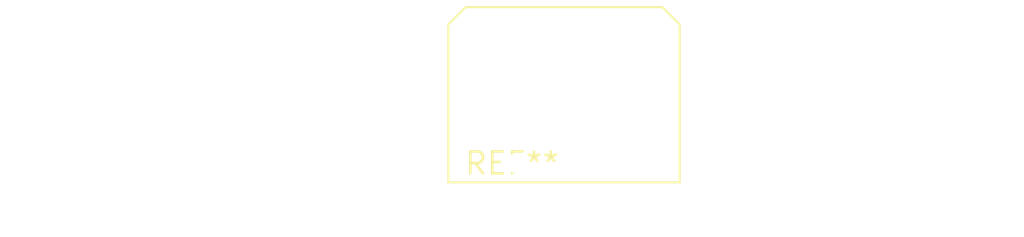
<source format=kicad_pcb>
(kicad_pcb (version 20240108) (generator pcbnew)
  (layers (0 "F.Cu" signal) (31 "B.Cu" signal) (34 "B.Paste" user) (35 "F.Paste" user) (36 "B.SilkS" user "B.Silkscreen") (37 "F.SilkS" user "F.Silkscreen") (38 "B.Mask" user) (39 "F.Mask" user) (44 "Edge.Cuts" user))
  (net 0 "")
  (footprint "Molex_Micro-Fit_3.0_43045-0600_2x03_P3.00mm_Horizontal" (layer "F.Cu") (at 0 0)
    (property "Reference" "REF**")
    (property "Value" "Molex_Micro-Fit_3.0_43045-0600_2x03_P3.00mm_Horizontal")
    (fp_line (start -3.685 -8.03) (end -2.685 -9.03) (layer "F.SilkS") (stroke (width 0.12)))
    (fp_line (start -3.685 1.1) (end -3.685 -8.03) (layer "F.SilkS") (stroke (width 0.12)))
    (fp_line (start -2.685 -9.03) (end 8.685 -9.03) (layer "F.SilkS") (stroke (width 0.12)))
    (fp_line (start 8.685 -9.03) (end 9.685 -8.03) (layer "F.SilkS") (stroke (width 0.12)))
    (fp_line (start 9.685 -8.03) (end 9.685 1.1) (layer "F.SilkS") (stroke (width 0.12)))
    (fp_line (start 9.685 1.1) (end -3.685 1.1) (layer "F.SilkS") (stroke (width 0.12)))
    (pad "" np_thru_hole circle (at 3 -4.32) (size 3 3) (drill 3) (layers *.Cu *.Mask))
    (pad "1" thru_hole roundrect (at 0 0) (size 1.5 1.5) (drill 1.02) (layers *.Cu *.Mask) (remove_unused_layers) (roundrect_rratio 0.166667))
    (pad "2" thru_hole circle (at 3 0) (size 1.5 1.5) (drill 1.02) (layers *.Cu *.Mask) (remove_unused_layers))
    (pad "3" thru_hole circle (at 6 0) (size 1.5 1.5) (drill 1.02) (layers *.Cu *.Mask) (remove_unused_layers))
    (pad "4" thru_hole circle (at 0 3) (size 1.5 1.5) (drill 1.02) (layers *.Cu *.Mask) (remove_unused_layers))
    (pad "5" thru_hole circle (at 3 3) (size 1.5 1.5) (drill 1.02) (layers *.Cu *.Mask) (remove_unused_layers))
    (pad "6" thru_hole circle (at 6 3) (size 1.5 1.5) (drill 1.02) (layers *.Cu *.Mask) (remove_unused_layers))
  )
)
</source>
